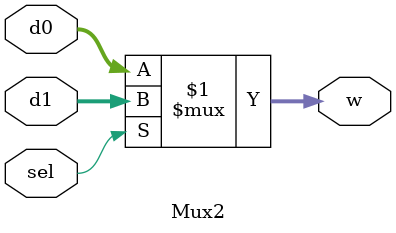
<source format=v>
module Mux2(d0, d1, sel, w);

    parameter DATA_SIZE = 32;

    input [(DATA_SIZE-1):0] d0, d1;
    input sel;
    output [(DATA_SIZE-1):0] w;
    assign w = sel ? d1 : d0;

endmodule
</source>
